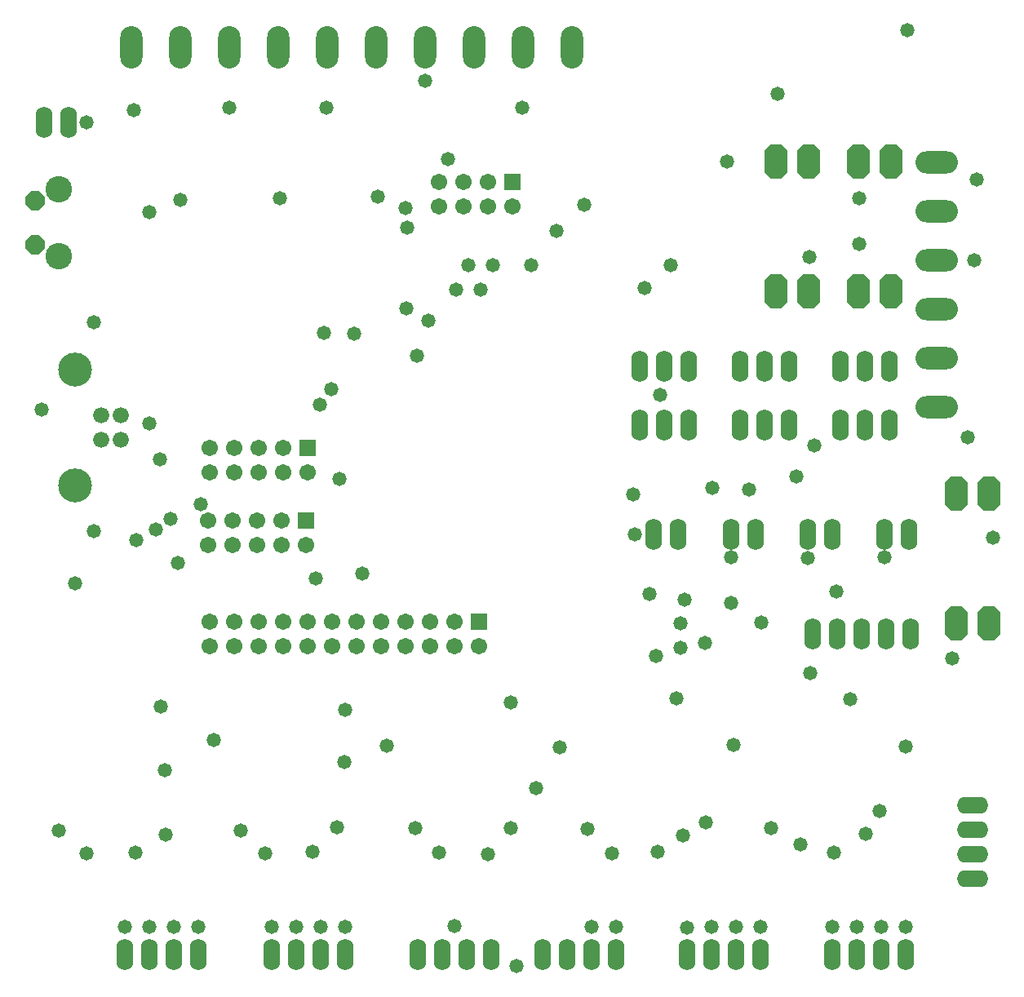
<source format=gbs>
G04 Layer_Color=16711935*
%FSLAX25Y25*%
%MOIN*%
G70*
G01*
G75*
%ADD101C,0.05800*%
%ADD274O,0.06800X0.12800*%
%ADD275C,0.06706*%
%ADD276R,0.06706X0.06706*%
%ADD277C,0.13850*%
%ADD278C,0.06600*%
%ADD279C,0.10800*%
%ADD280P,0.08443X8X292.5*%
%ADD281O,0.09050X0.17300*%
G04:AMPARAMS|DCode=282|XSize=141mil|YSize=91mil|CornerRadius=0mil|HoleSize=0mil|Usage=FLASHONLY|Rotation=90.000|XOffset=0mil|YOffset=0mil|HoleType=Round|Shape=Octagon|*
%AMOCTAGOND282*
4,1,8,0.02275,0.07050,-0.02275,0.07050,-0.04550,0.04775,-0.04550,-0.04775,-0.02275,-0.07050,0.02275,-0.07050,0.04550,-0.04775,0.04550,0.04775,0.02275,0.07050,0.0*
%
%ADD282OCTAGOND282*%

%ADD283O,0.12800X0.06800*%
%ADD284O,0.17300X0.09050*%
G54D101*
X221643Y310228D02*
D03*
X233020Y320763D02*
D03*
X364503Y25750D02*
D03*
X354497Y25719D02*
D03*
X344514Y25749D02*
D03*
X334514Y25736D02*
D03*
X353871Y73173D02*
D03*
X348212Y63822D02*
D03*
X335148Y56196D02*
D03*
X321327Y59591D02*
D03*
X309409Y66221D02*
D03*
X305017Y25772D02*
D03*
X294994Y25780D02*
D03*
X285001Y25690D02*
D03*
X274996Y25581D02*
D03*
X325395Y129454D02*
D03*
X345400Y323400D02*
D03*
X325200Y299600D02*
D03*
X345400Y304900D02*
D03*
X392400Y298200D02*
D03*
X312100Y366100D02*
D03*
X400100Y185000D02*
D03*
X11376Y237099D02*
D03*
X55413Y231398D02*
D03*
X168100Y371500D02*
D03*
X383305Y135675D02*
D03*
X389700Y225700D02*
D03*
X291400Y338500D02*
D03*
X29900Y354500D02*
D03*
X268500Y296200D02*
D03*
X365108Y392082D02*
D03*
X262500Y136550D02*
D03*
X305512Y150098D02*
D03*
X49000Y359500D02*
D03*
X88000Y360600D02*
D03*
X127700D02*
D03*
X207900D02*
D03*
X393300Y331100D02*
D03*
X205549Y9788D02*
D03*
X180151Y26169D02*
D03*
X246031Y25864D02*
D03*
X235956Y25904D02*
D03*
X259881Y162003D02*
D03*
X257900Y286760D02*
D03*
X164600Y259300D02*
D03*
X195800Y296300D02*
D03*
X190900Y286300D02*
D03*
X185900Y296300D02*
D03*
X180900Y286300D02*
D03*
X135514Y25833D02*
D03*
X125550Y25847D02*
D03*
X115444Y25858D02*
D03*
X105515Y25768D02*
D03*
X75520Y25740D02*
D03*
X65501Y25707D02*
D03*
X55511Y25726D02*
D03*
X45507Y25755D02*
D03*
X61995Y63618D02*
D03*
X49647Y56023D02*
D03*
X29901Y55902D02*
D03*
X18254Y65037D02*
D03*
X132050Y66498D02*
D03*
X121948Y56504D02*
D03*
X102653Y55891D02*
D03*
X92868Y65269D02*
D03*
X202983Y66119D02*
D03*
X193634Y55363D02*
D03*
X173842Y56095D02*
D03*
X164000Y66123D02*
D03*
X282614Y68441D02*
D03*
X273245Y63087D02*
D03*
X263138Y56432D02*
D03*
X244274Y55909D02*
D03*
X234482Y65956D02*
D03*
X364415Y99661D02*
D03*
X341682Y118948D02*
D03*
X336110Y162972D02*
D03*
X282500Y141900D02*
D03*
X270812Y119236D02*
D03*
X272500Y149700D02*
D03*
X274174Y159523D02*
D03*
X292938Y158021D02*
D03*
X293935Y100152D02*
D03*
X272500Y140000D02*
D03*
X223017Y99283D02*
D03*
X213400Y82400D02*
D03*
X203063Y117373D02*
D03*
X135457Y114479D02*
D03*
X152305Y99811D02*
D03*
X135220Y93266D02*
D03*
X81767Y102134D02*
D03*
X61888Y89809D02*
D03*
X59914Y115951D02*
D03*
X324548Y176637D02*
D03*
X293016Y176862D02*
D03*
X253730Y186329D02*
D03*
X123486Y168267D02*
D03*
X142439Y170234D02*
D03*
X25226Y166280D02*
D03*
X67164Y174499D02*
D03*
X355815Y176998D02*
D03*
X327176Y222609D02*
D03*
X319657Y209889D02*
D03*
X300538Y204612D02*
D03*
X285528Y205198D02*
D03*
X253095Y202532D02*
D03*
X133165Y208716D02*
D03*
X76361Y198594D02*
D03*
X64195Y192357D02*
D03*
X58120Y188172D02*
D03*
X49936Y183774D02*
D03*
X32610Y187372D02*
D03*
X59826Y216737D02*
D03*
X124997Y239307D02*
D03*
X129687Y245468D02*
D03*
X169350Y273488D02*
D03*
X160533Y278513D02*
D03*
X211436Y296117D02*
D03*
X177474Y339425D02*
D03*
X139019Y268296D02*
D03*
X126887Y268503D02*
D03*
X160782Y311530D02*
D03*
X159981Y319525D02*
D03*
X148867Y324228D02*
D03*
X108847Y323610D02*
D03*
X68201Y322755D02*
D03*
X55336Y317695D02*
D03*
X32583Y272828D02*
D03*
X263926Y243044D02*
D03*
G54D274*
X355800Y186300D02*
D03*
X365800D02*
D03*
X334500D02*
D03*
X324500D02*
D03*
X12400Y354500D02*
D03*
X22400D02*
D03*
X271300Y186300D02*
D03*
X261300D02*
D03*
X293000D02*
D03*
X303000D02*
D03*
X316750Y254900D02*
D03*
X306750D02*
D03*
X296750D02*
D03*
X337800D02*
D03*
X347800D02*
D03*
X357800D02*
D03*
X275700D02*
D03*
X265700D02*
D03*
X255700D02*
D03*
X357800Y230900D02*
D03*
X347800D02*
D03*
X337800D02*
D03*
X296750D02*
D03*
X306750D02*
D03*
X316750D02*
D03*
X275700D02*
D03*
X265700D02*
D03*
X255700D02*
D03*
X334500Y14500D02*
D03*
X344500D02*
D03*
X354500D02*
D03*
X364500D02*
D03*
X275000D02*
D03*
X285000D02*
D03*
X295000D02*
D03*
X305000D02*
D03*
X165000D02*
D03*
X175000D02*
D03*
X185000D02*
D03*
X195000D02*
D03*
X216000D02*
D03*
X226000D02*
D03*
X236000D02*
D03*
X246000D02*
D03*
X105500D02*
D03*
X115500D02*
D03*
X125500D02*
D03*
X135500D02*
D03*
X75500D02*
D03*
X65500D02*
D03*
X55500D02*
D03*
X45500D02*
D03*
X356500Y145500D02*
D03*
X346500D02*
D03*
X336500D02*
D03*
X326500D02*
D03*
X366500D02*
D03*
G54D275*
X173800Y320300D02*
D03*
Y330300D02*
D03*
X183800Y320300D02*
D03*
Y330300D02*
D03*
X193800Y320300D02*
D03*
Y330300D02*
D03*
X203800Y320300D02*
D03*
X190100Y140600D02*
D03*
X180100Y150600D02*
D03*
Y140600D02*
D03*
X170100Y150600D02*
D03*
Y140600D02*
D03*
X160100Y150600D02*
D03*
Y140600D02*
D03*
X150100Y150600D02*
D03*
Y140600D02*
D03*
X140100Y150600D02*
D03*
Y140600D02*
D03*
X130100Y150600D02*
D03*
Y140600D02*
D03*
X120100Y150600D02*
D03*
Y140600D02*
D03*
X110100Y150600D02*
D03*
Y140600D02*
D03*
X100100Y150600D02*
D03*
Y140600D02*
D03*
X90100Y150600D02*
D03*
Y140600D02*
D03*
X80100Y150600D02*
D03*
Y140600D02*
D03*
X79300Y182000D02*
D03*
Y192000D02*
D03*
X89300Y182000D02*
D03*
Y192000D02*
D03*
X99300Y182000D02*
D03*
Y192000D02*
D03*
X109300Y182000D02*
D03*
Y192000D02*
D03*
X119300Y182000D02*
D03*
X80100Y211500D02*
D03*
Y221500D02*
D03*
X90100Y211500D02*
D03*
Y221500D02*
D03*
X100100Y211500D02*
D03*
Y221500D02*
D03*
X110100Y211500D02*
D03*
Y221500D02*
D03*
X120100Y211500D02*
D03*
G54D276*
X203800Y330300D02*
D03*
X190100Y150600D02*
D03*
X119300Y192000D02*
D03*
X120100Y221500D02*
D03*
G54D277*
X25000Y206300D02*
D03*
Y253622D02*
D03*
G54D278*
X35700Y225000D02*
D03*
Y234921D02*
D03*
X43600D02*
D03*
Y225000D02*
D03*
G54D279*
X18400Y299700D02*
D03*
Y327300D02*
D03*
G54D280*
X8600Y304600D02*
D03*
Y322400D02*
D03*
G54D281*
X48000Y385200D02*
D03*
X68000D02*
D03*
X88000D02*
D03*
X108000D02*
D03*
X128000D02*
D03*
X148000D02*
D03*
X168000D02*
D03*
X188000D02*
D03*
X208000D02*
D03*
X228000D02*
D03*
G54D282*
X311500Y338400D02*
D03*
X324900D02*
D03*
Y285400D02*
D03*
X311500D02*
D03*
X345100Y338400D02*
D03*
X358500D02*
D03*
Y285400D02*
D03*
X345100D02*
D03*
X398432Y202878D02*
D03*
X385032D02*
D03*
Y149878D02*
D03*
X398432D02*
D03*
G54D283*
X391800Y75500D02*
D03*
Y65500D02*
D03*
Y55500D02*
D03*
Y45500D02*
D03*
G54D284*
X377063Y238248D02*
D03*
Y258248D02*
D03*
Y278248D02*
D03*
Y298248D02*
D03*
Y338248D02*
D03*
Y318248D02*
D03*
M02*

</source>
